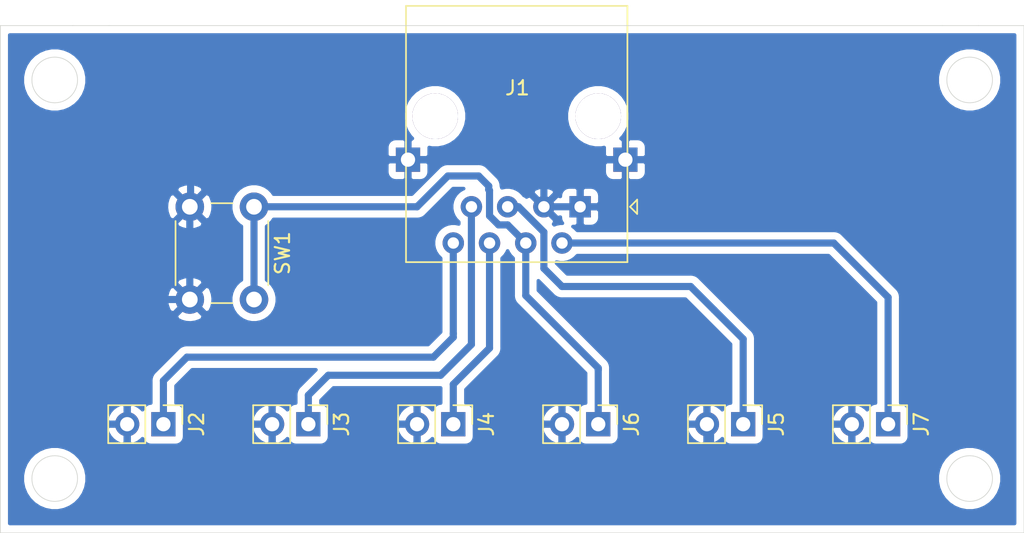
<source format=kicad_pcb>
(kicad_pcb (version 20171130) (host pcbnew 5.1.6-c6e7f7d~87~ubuntu18.04.1)

  (general
    (thickness 1.6)
    (drawings 22)
    (tracks 77)
    (zones 0)
    (modules 8)
    (nets 8)
  )

  (page A4)
  (layers
    (0 F.Cu signal)
    (31 B.Cu signal)
    (32 B.Adhes user)
    (33 F.Adhes user)
    (34 B.Paste user)
    (35 F.Paste user)
    (36 B.SilkS user)
    (37 F.SilkS user)
    (38 B.Mask user)
    (39 F.Mask user)
    (40 Dwgs.User user hide)
    (41 Cmts.User user)
    (42 Eco1.User user)
    (43 Eco2.User user)
    (44 Edge.Cuts user)
    (45 Margin user)
    (46 B.CrtYd user)
    (47 F.CrtYd user)
    (48 B.Fab user)
    (49 F.Fab user)
  )

  (setup
    (last_trace_width 0.25)
    (user_trace_width 0.5)
    (trace_clearance 0.2)
    (zone_clearance 0.508)
    (zone_45_only no)
    (trace_min 0.2)
    (via_size 0.8)
    (via_drill 0.4)
    (via_min_size 0.4)
    (via_min_drill 0.3)
    (uvia_size 0.3)
    (uvia_drill 0.1)
    (uvias_allowed no)
    (uvia_min_size 0.2)
    (uvia_min_drill 0.1)
    (edge_width 0.05)
    (segment_width 0.2)
    (pcb_text_width 0.3)
    (pcb_text_size 1.5 1.5)
    (mod_edge_width 0.12)
    (mod_text_size 1 1)
    (mod_text_width 0.15)
    (pad_size 1.524 1.524)
    (pad_drill 0.762)
    (pad_to_mask_clearance 0.05)
    (aux_axis_origin 0 0)
    (visible_elements FFFFFF7F)
    (pcbplotparams
      (layerselection 0x010ff_fffffffe)
      (usegerberextensions false)
      (usegerberattributes true)
      (usegerberadvancedattributes true)
      (creategerberjobfile true)
      (excludeedgelayer true)
      (linewidth 0.100000)
      (plotframeref false)
      (viasonmask false)
      (mode 1)
      (useauxorigin false)
      (hpglpennumber 1)
      (hpglpenspeed 20)
      (hpglpendiameter 15.000000)
      (psnegative false)
      (psa4output false)
      (plotreference true)
      (plotvalue true)
      (plotinvisibletext false)
      (padsonsilk false)
      (subtractmaskfromsilk false)
      (outputformat 1)
      (mirror false)
      (drillshape 0)
      (scaleselection 1)
      (outputdirectory ""))
  )

  (net 0 "")
  (net 1 GND)
  (net 2 "Net-(J1-Pad2)")
  (net 3 "Net-(J1-Pad4)")
  (net 4 "Net-(J1-Pad5)")
  (net 5 "Net-(J1-Pad6)")
  (net 6 "Net-(J1-Pad7)")
  (net 7 "Net-(J1-Pad8)")

  (net_class Default "This is the default net class."
    (clearance 0.2)
    (trace_width 0.25)
    (via_dia 0.8)
    (via_drill 0.4)
    (uvia_dia 0.3)
    (uvia_drill 0.1)
    (add_net GND)
    (add_net "Net-(J1-Pad2)")
    (add_net "Net-(J1-Pad4)")
    (add_net "Net-(J1-Pad5)")
    (add_net "Net-(J1-Pad6)")
    (add_net "Net-(J1-Pad7)")
    (add_net "Net-(J1-Pad8)")
  )

  (module e-p-wifi-lf:RJ45 (layer F.Cu) (tedit 61B8DD92) (tstamp 619FD701)
    (at 134.874 123.19 180)
    (descr "8 Pol Shallow Latch Connector, Modjack, RJ45 (https://cdn.amphenol-icc.com/media/wysiwyg/files/drawing/c-bmj-0102.pdf)")
    (tags RJ45)
    (path /619FA387)
    (fp_text reference J1 (at 4.3942 8.3312) (layer F.SilkS)
      (effects (font (size 1 1) (thickness 0.15)))
    )
    (fp_text value RJ45_conrad_922647 (at 4.572 -6.35) (layer F.Fab)
      (effects (font (size 1 1) (thickness 0.15)))
    )
    (fp_line (start -4 0.5) (end -3.5 0) (layer F.SilkS) (width 0.12))
    (fp_line (start -4 -0.5) (end -4 0.5) (layer F.SilkS) (width 0.12))
    (fp_line (start -3.5 0) (end -4 -0.5) (layer F.SilkS) (width 0.12))
    (fp_line (start -3.205 13.97) (end -3.205 -2.77) (layer F.Fab) (width 0.12))
    (fp_line (start 12.095 13.97) (end -3.205 13.97) (layer F.Fab) (width 0.12))
    (fp_line (start 12.095 -3.77) (end 12.095 13.97) (layer F.Fab) (width 0.12))
    (fp_line (start -2.205 -3.77) (end 12.095 -3.77) (layer F.Fab) (width 0.12))
    (fp_line (start -3.205 -2.77) (end -2.205 -3.77) (layer F.Fab) (width 0.12))
    (fp_line (start -3.315 14.08) (end 12.205 14.08) (layer F.SilkS) (width 0.12))
    (fp_line (start 12.205 -3.88) (end 12.205 14.08) (layer F.SilkS) (width 0.12))
    (fp_line (start 12.205 -3.88) (end -3.315 -3.88) (layer F.SilkS) (width 0.12))
    (fp_line (start -3.315 -3.88) (end -3.315 14.08) (layer F.SilkS) (width 0.12))
    (fp_line (start -3.71 -4.27) (end 12.6 -4.27) (layer F.CrtYd) (width 0.05))
    (fp_line (start -3.71 -4.27) (end -3.71 14.47) (layer F.CrtYd) (width 0.05))
    (fp_line (start 12.6 14.47) (end 12.6 -4.27) (layer F.CrtYd) (width 0.05))
    (fp_line (start 12.6 14.47) (end -3.71 14.47) (layer F.CrtYd) (width 0.05))
    (fp_line (start -4.953 3.302) (end 14.351 3.302) (layer Dwgs.User) (width 0.12))
    (fp_text user %R (at 4.445 2 180) (layer F.Fab)
      (effects (font (size 1 1) (thickness 0.15)))
    )
    (pad 10 thru_hole rect (at -3.175 3.302 90) (size 1.7 1.7) (drill 1) (layers *.Cu *.Mask)
      (net 1 GND))
    (pad 9 thru_hole rect (at 12.065 3.302 90) (size 1.7 1.7) (drill 1) (layers *.Cu *.Mask)
      (net 1 GND))
    (pad 8 thru_hole circle (at 8.89 -2.54 180) (size 1.5 1.5) (drill 0.8) (layers *.Cu *.Mask)
      (net 7 "Net-(J1-Pad8)"))
    (pad 7 thru_hole circle (at 7.62 0 180) (size 1.5 1.5) (drill 0.8) (layers *.Cu *.Mask)
      (net 6 "Net-(J1-Pad7)"))
    (pad 6 thru_hole circle (at 6.35 -2.54 180) (size 1.5 1.5) (drill 0.8) (layers *.Cu *.Mask)
      (net 5 "Net-(J1-Pad6)"))
    (pad 5 thru_hole circle (at 5.08 0 180) (size 1.5 1.5) (drill 0.8) (layers *.Cu *.Mask)
      (net 4 "Net-(J1-Pad5)"))
    (pad 4 thru_hole circle (at 3.81 -2.54 180) (size 1.5 1.5) (drill 0.8) (layers *.Cu *.Mask)
      (net 3 "Net-(J1-Pad4)"))
    (pad 3 thru_hole circle (at 2.54 0 180) (size 1.5 1.5) (drill 0.8) (layers *.Cu *.Mask)
      (net 1 GND))
    (pad 2 thru_hole circle (at 1.27 -2.54 180) (size 1.5 1.5) (drill 0.8) (layers *.Cu *.Mask)
      (net 2 "Net-(J1-Pad2)"))
    (pad 1 thru_hole rect (at 0 0 180) (size 1.5 1.5) (drill 0.8) (layers *.Cu *.Mask)
      (net 1 GND))
    (pad "" thru_hole circle (at -1.27 6.35 180) (size 3.200001 3.200001) (drill 3.200001) (layers *.Cu *.Mask))
    (pad "" thru_hole circle (at 10.16 6.35 180) (size 3.2 3.2) (drill 3.2) (layers *.Cu *.Mask))
    (model ${KISYS3DMOD}/Connector_RJ.3dshapes/RJ45_Amphenol_54602-x08_Horizontal.wrl
      (at (xyz 0 0 0))
      (scale (xyz 1 1 1))
      (rotate (xyz 0 0 0))
    )
  )

  (module Connector_PinHeader_2.54mm:PinHeader_1x02_P2.54mm_Vertical (layer F.Cu) (tedit 59FED5CC) (tstamp 619FD717)
    (at 105.664 138.43 270)
    (descr "Through hole straight pin header, 1x02, 2.54mm pitch, single row")
    (tags "Through hole pin header THT 1x02 2.54mm single row")
    (path /619FEEEF)
    (fp_text reference J2 (at 0 -2.33 90) (layer F.SilkS)
      (effects (font (size 1 1) (thickness 0.15)))
    )
    (fp_text value "Cde relais" (at 4.953 0.889) (layer F.Fab)
      (effects (font (size 1.15 1.25) (thickness 0.25)))
    )
    (fp_line (start -0.635 -1.27) (end 1.27 -1.27) (layer F.Fab) (width 0.1))
    (fp_line (start 1.27 -1.27) (end 1.27 3.81) (layer F.Fab) (width 0.1))
    (fp_line (start 1.27 3.81) (end -1.27 3.81) (layer F.Fab) (width 0.1))
    (fp_line (start -1.27 3.81) (end -1.27 -0.635) (layer F.Fab) (width 0.1))
    (fp_line (start -1.27 -0.635) (end -0.635 -1.27) (layer F.Fab) (width 0.1))
    (fp_line (start -1.33 3.87) (end 1.33 3.87) (layer F.SilkS) (width 0.12))
    (fp_line (start -1.33 1.27) (end -1.33 3.87) (layer F.SilkS) (width 0.12))
    (fp_line (start 1.33 1.27) (end 1.33 3.87) (layer F.SilkS) (width 0.12))
    (fp_line (start -1.33 1.27) (end 1.33 1.27) (layer F.SilkS) (width 0.12))
    (fp_line (start -1.33 0) (end -1.33 -1.33) (layer F.SilkS) (width 0.12))
    (fp_line (start -1.33 -1.33) (end 0 -1.33) (layer F.SilkS) (width 0.12))
    (fp_line (start -1.8 -1.8) (end -1.8 4.35) (layer F.CrtYd) (width 0.05))
    (fp_line (start -1.8 4.35) (end 1.8 4.35) (layer F.CrtYd) (width 0.05))
    (fp_line (start 1.8 4.35) (end 1.8 -1.8) (layer F.CrtYd) (width 0.05))
    (fp_line (start 1.8 -1.8) (end -1.8 -1.8) (layer F.CrtYd) (width 0.05))
    (fp_text user %R (at 0 1.27) (layer F.Fab)
      (effects (font (size 1 1) (thickness 0.15)))
    )
    (pad 1 thru_hole rect (at 0 0 270) (size 1.7 1.7) (drill 1) (layers *.Cu *.Mask)
      (net 7 "Net-(J1-Pad8)"))
    (pad 2 thru_hole oval (at 0 2.54 270) (size 1.7 1.7) (drill 1) (layers *.Cu *.Mask)
      (net 1 GND))
    (model ${KISYS3DMOD}/Connector_PinHeader_2.54mm.3dshapes/PinHeader_1x02_P2.54mm_Vertical.wrl
      (at (xyz 0 0 0))
      (scale (xyz 1 1 1))
      (rotate (xyz 0 0 0))
    )
  )

  (module Connector_PinHeader_2.54mm:PinHeader_1x02_P2.54mm_Vertical (layer F.Cu) (tedit 59FED5CC) (tstamp 619FD72D)
    (at 115.824 138.43 270)
    (descr "Through hole straight pin header, 1x02, 2.54mm pitch, single row")
    (tags "Through hole pin header THT 1x02 2.54mm single row")
    (path /619FE742)
    (fp_text reference J3 (at 0 -2.33 90) (layer F.SilkS)
      (effects (font (size 1 1) (thickness 0.15)))
    )
    (fp_text value itc (at 4.953 0.508) (layer F.Fab)
      (effects (font (size 2 2) (thickness 0.25)))
    )
    (fp_line (start 1.8 -1.8) (end -1.8 -1.8) (layer F.CrtYd) (width 0.05))
    (fp_line (start 1.8 4.35) (end 1.8 -1.8) (layer F.CrtYd) (width 0.05))
    (fp_line (start -1.8 4.35) (end 1.8 4.35) (layer F.CrtYd) (width 0.05))
    (fp_line (start -1.8 -1.8) (end -1.8 4.35) (layer F.CrtYd) (width 0.05))
    (fp_line (start -1.33 -1.33) (end 0 -1.33) (layer F.SilkS) (width 0.12))
    (fp_line (start -1.33 0) (end -1.33 -1.33) (layer F.SilkS) (width 0.12))
    (fp_line (start -1.33 1.27) (end 1.33 1.27) (layer F.SilkS) (width 0.12))
    (fp_line (start 1.33 1.27) (end 1.33 3.87) (layer F.SilkS) (width 0.12))
    (fp_line (start -1.33 1.27) (end -1.33 3.87) (layer F.SilkS) (width 0.12))
    (fp_line (start -1.33 3.87) (end 1.33 3.87) (layer F.SilkS) (width 0.12))
    (fp_line (start -1.27 -0.635) (end -0.635 -1.27) (layer F.Fab) (width 0.1))
    (fp_line (start -1.27 3.81) (end -1.27 -0.635) (layer F.Fab) (width 0.1))
    (fp_line (start 1.27 3.81) (end -1.27 3.81) (layer F.Fab) (width 0.1))
    (fp_line (start 1.27 -1.27) (end 1.27 3.81) (layer F.Fab) (width 0.1))
    (fp_line (start -0.635 -1.27) (end 1.27 -1.27) (layer F.Fab) (width 0.1))
    (fp_text user %R (at 0 1.27) (layer F.Fab)
      (effects (font (size 1 1) (thickness 0.15)))
    )
    (pad 2 thru_hole oval (at 0 2.54 270) (size 1.7 1.7) (drill 1) (layers *.Cu *.Mask)
      (net 1 GND))
    (pad 1 thru_hole rect (at 0 0 270) (size 1.7 1.7) (drill 1) (layers *.Cu *.Mask)
      (net 6 "Net-(J1-Pad7)"))
    (model ${KISYS3DMOD}/Connector_PinHeader_2.54mm.3dshapes/PinHeader_1x02_P2.54mm_Vertical.wrl
      (at (xyz 0 0 0))
      (scale (xyz 1 1 1))
      (rotate (xyz 0 0 0))
    )
  )

  (module Connector_PinHeader_2.54mm:PinHeader_1x02_P2.54mm_Vertical (layer F.Cu) (tedit 59FED5CC) (tstamp 619FD743)
    (at 125.984 138.43 270)
    (descr "Through hole straight pin header, 1x02, 2.54mm pitch, single row")
    (tags "Through hole pin header THT 1x02 2.54mm single row")
    (path /619FDB19)
    (fp_text reference J4 (at 0 -2.33 90) (layer F.SilkS)
      (effects (font (size 1 1) (thickness 0.15)))
    )
    (fp_text value P230V (at 4.953 0.889) (layer F.Fab)
      (effects (font (size 2 2) (thickness 0.25)))
    )
    (fp_line (start -0.635 -1.27) (end 1.27 -1.27) (layer F.Fab) (width 0.1))
    (fp_line (start 1.27 -1.27) (end 1.27 3.81) (layer F.Fab) (width 0.1))
    (fp_line (start 1.27 3.81) (end -1.27 3.81) (layer F.Fab) (width 0.1))
    (fp_line (start -1.27 3.81) (end -1.27 -0.635) (layer F.Fab) (width 0.1))
    (fp_line (start -1.27 -0.635) (end -0.635 -1.27) (layer F.Fab) (width 0.1))
    (fp_line (start -1.33 3.87) (end 1.33 3.87) (layer F.SilkS) (width 0.12))
    (fp_line (start -1.33 1.27) (end -1.33 3.87) (layer F.SilkS) (width 0.12))
    (fp_line (start 1.33 1.27) (end 1.33 3.87) (layer F.SilkS) (width 0.12))
    (fp_line (start -1.33 1.27) (end 1.33 1.27) (layer F.SilkS) (width 0.12))
    (fp_line (start -1.33 0) (end -1.33 -1.33) (layer F.SilkS) (width 0.12))
    (fp_line (start -1.33 -1.33) (end 0 -1.33) (layer F.SilkS) (width 0.12))
    (fp_line (start -1.8 -1.8) (end -1.8 4.35) (layer F.CrtYd) (width 0.05))
    (fp_line (start -1.8 4.35) (end 1.8 4.35) (layer F.CrtYd) (width 0.05))
    (fp_line (start 1.8 4.35) (end 1.8 -1.8) (layer F.CrtYd) (width 0.05))
    (fp_line (start 1.8 -1.8) (end -1.8 -1.8) (layer F.CrtYd) (width 0.05))
    (fp_text user %R (at 0 1.27) (layer F.Fab)
      (effects (font (size 1 1) (thickness 0.15)))
    )
    (pad 1 thru_hole rect (at 0 0 270) (size 1.7 1.7) (drill 1) (layers *.Cu *.Mask)
      (net 5 "Net-(J1-Pad6)"))
    (pad 2 thru_hole oval (at 0 2.54 270) (size 1.7 1.7) (drill 1) (layers *.Cu *.Mask)
      (net 1 GND))
    (model ${KISYS3DMOD}/Connector_PinHeader_2.54mm.3dshapes/PinHeader_1x02_P2.54mm_Vertical.wrl
      (at (xyz 0 0 0))
      (scale (xyz 1 1 1))
      (rotate (xyz 0 0 0))
    )
  )

  (module Connector_PinHeader_2.54mm:PinHeader_1x02_P2.54mm_Vertical (layer F.Cu) (tedit 59FED5CC) (tstamp 619FD759)
    (at 136.144 138.43 270)
    (descr "Through hole straight pin header, 1x02, 2.54mm pitch, single row")
    (tags "Through hole pin header THT 1x02 2.54mm single row")
    (path /619FBE34)
    (fp_text reference J6 (at 0 -2.33 90) (layer F.SilkS)
      (effects (font (size 1 1) (thickness 0.15)))
    )
    (fp_text value Reset (at 4.826 1.016) (layer F.Fab)
      (effects (font (size 2 2) (thickness 0.25)))
    )
    (fp_line (start 1.8 -1.8) (end -1.8 -1.8) (layer F.CrtYd) (width 0.05))
    (fp_line (start 1.8 4.35) (end 1.8 -1.8) (layer F.CrtYd) (width 0.05))
    (fp_line (start -1.8 4.35) (end 1.8 4.35) (layer F.CrtYd) (width 0.05))
    (fp_line (start -1.8 -1.8) (end -1.8 4.35) (layer F.CrtYd) (width 0.05))
    (fp_line (start -1.33 -1.33) (end 0 -1.33) (layer F.SilkS) (width 0.12))
    (fp_line (start -1.33 0) (end -1.33 -1.33) (layer F.SilkS) (width 0.12))
    (fp_line (start -1.33 1.27) (end 1.33 1.27) (layer F.SilkS) (width 0.12))
    (fp_line (start 1.33 1.27) (end 1.33 3.87) (layer F.SilkS) (width 0.12))
    (fp_line (start -1.33 1.27) (end -1.33 3.87) (layer F.SilkS) (width 0.12))
    (fp_line (start -1.33 3.87) (end 1.33 3.87) (layer F.SilkS) (width 0.12))
    (fp_line (start -1.27 -0.635) (end -0.635 -1.27) (layer F.Fab) (width 0.1))
    (fp_line (start -1.27 3.81) (end -1.27 -0.635) (layer F.Fab) (width 0.1))
    (fp_line (start 1.27 3.81) (end -1.27 3.81) (layer F.Fab) (width 0.1))
    (fp_line (start 1.27 -1.27) (end 1.27 3.81) (layer F.Fab) (width 0.1))
    (fp_line (start -0.635 -1.27) (end 1.27 -1.27) (layer F.Fab) (width 0.1))
    (fp_text user %R (at 0 1.27) (layer F.Fab)
      (effects (font (size 1 1) (thickness 0.15)))
    )
    (pad 2 thru_hole oval (at 0 2.54 270) (size 1.7 1.7) (drill 1) (layers *.Cu *.Mask)
      (net 1 GND))
    (pad 1 thru_hole rect (at 0 0 270) (size 1.7 1.7) (drill 1) (layers *.Cu *.Mask)
      (net 3 "Net-(J1-Pad4)"))
    (model ${KISYS3DMOD}/Connector_PinHeader_2.54mm.3dshapes/PinHeader_1x02_P2.54mm_Vertical.wrl
      (at (xyz 0 0 0))
      (scale (xyz 1 1 1))
      (rotate (xyz 0 0 0))
    )
  )

  (module Connector_PinHeader_2.54mm:PinHeader_1x02_P2.54mm_Vertical (layer F.Cu) (tedit 59FED5CC) (tstamp 619FD76F)
    (at 156.464 138.43 270)
    (descr "Through hole straight pin header, 1x02, 2.54mm pitch, single row")
    (tags "Through hole pin header THT 1x02 2.54mm single row")
    (path /619FA923)
    (fp_text reference J7 (at 0 -2.33 90) (layer F.SilkS)
      (effects (font (size 1 1) (thickness 0.15)))
    )
    (fp_text value 3.3V (at 4.953 1.524) (layer F.Fab)
      (effects (font (size 2 2) (thickness 0.25)))
    )
    (fp_line (start -0.635 -1.27) (end 1.27 -1.27) (layer F.Fab) (width 0.1))
    (fp_line (start 1.27 -1.27) (end 1.27 3.81) (layer F.Fab) (width 0.1))
    (fp_line (start 1.27 3.81) (end -1.27 3.81) (layer F.Fab) (width 0.1))
    (fp_line (start -1.27 3.81) (end -1.27 -0.635) (layer F.Fab) (width 0.1))
    (fp_line (start -1.27 -0.635) (end -0.635 -1.27) (layer F.Fab) (width 0.1))
    (fp_line (start -1.33 3.87) (end 1.33 3.87) (layer F.SilkS) (width 0.12))
    (fp_line (start -1.33 1.27) (end -1.33 3.87) (layer F.SilkS) (width 0.12))
    (fp_line (start 1.33 1.27) (end 1.33 3.87) (layer F.SilkS) (width 0.12))
    (fp_line (start -1.33 1.27) (end 1.33 1.27) (layer F.SilkS) (width 0.12))
    (fp_line (start -1.33 0) (end -1.33 -1.33) (layer F.SilkS) (width 0.12))
    (fp_line (start -1.33 -1.33) (end 0 -1.33) (layer F.SilkS) (width 0.12))
    (fp_line (start -1.8 -1.8) (end -1.8 4.35) (layer F.CrtYd) (width 0.05))
    (fp_line (start -1.8 4.35) (end 1.8 4.35) (layer F.CrtYd) (width 0.05))
    (fp_line (start 1.8 4.35) (end 1.8 -1.8) (layer F.CrtYd) (width 0.05))
    (fp_line (start 1.8 -1.8) (end -1.8 -1.8) (layer F.CrtYd) (width 0.05))
    (fp_text user %R (at 0 1.27) (layer F.Fab)
      (effects (font (size 1 1) (thickness 0.15)))
    )
    (pad 1 thru_hole rect (at 0 0 270) (size 1.7 1.7) (drill 1) (layers *.Cu *.Mask)
      (net 2 "Net-(J1-Pad2)"))
    (pad 2 thru_hole oval (at 0 2.54 270) (size 1.7 1.7) (drill 1) (layers *.Cu *.Mask)
      (net 1 GND))
    (model ${KISYS3DMOD}/Connector_PinHeader_2.54mm.3dshapes/PinHeader_1x02_P2.54mm_Vertical.wrl
      (at (xyz 0 0 0))
      (scale (xyz 1 1 1))
      (rotate (xyz 0 0 0))
    )
  )

  (module Button_Switch_THT:SW_PUSH_6mm (layer F.Cu) (tedit 5A02FE31) (tstamp 61A654C2)
    (at 112.014 123.19 270)
    (descr https://www.omron.com/ecb/products/pdf/en-b3f.pdf)
    (tags "tact sw push 6mm")
    (path /61A513AF)
    (fp_text reference SW1 (at 3.25 -2 90) (layer F.SilkS)
      (effects (font (size 1 1) (thickness 0.15)))
    )
    (fp_text value Reset (at 9.271 1.778) (layer F.Fab)
      (effects (font (size 2 2) (thickness 0.25)))
    )
    (fp_circle (center 3.25 2.25) (end 1.25 2.5) (layer F.Fab) (width 0.1))
    (fp_line (start 6.75 3) (end 6.75 1.5) (layer F.SilkS) (width 0.12))
    (fp_line (start 5.5 -1) (end 1 -1) (layer F.SilkS) (width 0.12))
    (fp_line (start -0.25 1.5) (end -0.25 3) (layer F.SilkS) (width 0.12))
    (fp_line (start 1 5.5) (end 5.5 5.5) (layer F.SilkS) (width 0.12))
    (fp_line (start 8 -1.25) (end 8 5.75) (layer F.CrtYd) (width 0.05))
    (fp_line (start 7.75 6) (end -1.25 6) (layer F.CrtYd) (width 0.05))
    (fp_line (start -1.5 5.75) (end -1.5 -1.25) (layer F.CrtYd) (width 0.05))
    (fp_line (start -1.25 -1.5) (end 7.75 -1.5) (layer F.CrtYd) (width 0.05))
    (fp_line (start -1.5 6) (end -1.25 6) (layer F.CrtYd) (width 0.05))
    (fp_line (start -1.5 5.75) (end -1.5 6) (layer F.CrtYd) (width 0.05))
    (fp_line (start -1.5 -1.5) (end -1.25 -1.5) (layer F.CrtYd) (width 0.05))
    (fp_line (start -1.5 -1.25) (end -1.5 -1.5) (layer F.CrtYd) (width 0.05))
    (fp_line (start 8 -1.5) (end 8 -1.25) (layer F.CrtYd) (width 0.05))
    (fp_line (start 7.75 -1.5) (end 8 -1.5) (layer F.CrtYd) (width 0.05))
    (fp_line (start 8 6) (end 8 5.75) (layer F.CrtYd) (width 0.05))
    (fp_line (start 7.75 6) (end 8 6) (layer F.CrtYd) (width 0.05))
    (fp_line (start 0.25 -0.75) (end 3.25 -0.75) (layer F.Fab) (width 0.1))
    (fp_line (start 0.25 5.25) (end 0.25 -0.75) (layer F.Fab) (width 0.1))
    (fp_line (start 6.25 5.25) (end 0.25 5.25) (layer F.Fab) (width 0.1))
    (fp_line (start 6.25 -0.75) (end 6.25 5.25) (layer F.Fab) (width 0.1))
    (fp_line (start 3.25 -0.75) (end 6.25 -0.75) (layer F.Fab) (width 0.1))
    (fp_text user %R (at 3.25 2.25 90) (layer F.Fab)
      (effects (font (size 1 1) (thickness 0.15)))
    )
    (pad 2 thru_hole circle (at 0 4.5) (size 2 2) (drill 1.1) (layers *.Cu *.Mask)
      (net 1 GND))
    (pad 1 thru_hole circle (at 0 0) (size 2 2) (drill 1.1) (layers *.Cu *.Mask)
      (net 3 "Net-(J1-Pad4)"))
    (pad 2 thru_hole circle (at 6.5 4.5) (size 2 2) (drill 1.1) (layers *.Cu *.Mask)
      (net 1 GND))
    (pad 1 thru_hole circle (at 6.5 0) (size 2 2) (drill 1.1) (layers *.Cu *.Mask)
      (net 3 "Net-(J1-Pad4)"))
    (model ${KISYS3DMOD}/Button_Switch_THT.3dshapes/SW_PUSH_6mm.wrl
      (at (xyz 0 0 0))
      (scale (xyz 1 1 1))
      (rotate (xyz 0 0 0))
    )
  )

  (module Connector_PinHeader_2.54mm:PinHeader_1x02_P2.54mm_Vertical (layer F.Cu) (tedit 59FED5CC) (tstamp 61A78F36)
    (at 146.304 138.43 270)
    (descr "Through hole straight pin header, 1x02, 2.54mm pitch, single row")
    (tags "Through hole pin header THT 1x02 2.54mm single row")
    (path /61A78B29)
    (fp_text reference J5 (at 0 -2.33 90) (layer F.SilkS)
      (effects (font (size 1 1) (thickness 0.15)))
    )
    (fp_text value +5V (at 4.953 1.397) (layer F.Fab)
      (effects (font (size 2 2) (thickness 0.25)))
    )
    (fp_line (start -0.635 -1.27) (end 1.27 -1.27) (layer F.Fab) (width 0.1))
    (fp_line (start 1.27 -1.27) (end 1.27 3.81) (layer F.Fab) (width 0.1))
    (fp_line (start 1.27 3.81) (end -1.27 3.81) (layer F.Fab) (width 0.1))
    (fp_line (start -1.27 3.81) (end -1.27 -0.635) (layer F.Fab) (width 0.1))
    (fp_line (start -1.27 -0.635) (end -0.635 -1.27) (layer F.Fab) (width 0.1))
    (fp_line (start -1.33 3.87) (end 1.33 3.87) (layer F.SilkS) (width 0.12))
    (fp_line (start -1.33 1.27) (end -1.33 3.87) (layer F.SilkS) (width 0.12))
    (fp_line (start 1.33 1.27) (end 1.33 3.87) (layer F.SilkS) (width 0.12))
    (fp_line (start -1.33 1.27) (end 1.33 1.27) (layer F.SilkS) (width 0.12))
    (fp_line (start -1.33 0) (end -1.33 -1.33) (layer F.SilkS) (width 0.12))
    (fp_line (start -1.33 -1.33) (end 0 -1.33) (layer F.SilkS) (width 0.12))
    (fp_line (start -1.8 -1.8) (end -1.8 4.35) (layer F.CrtYd) (width 0.05))
    (fp_line (start -1.8 4.35) (end 1.8 4.35) (layer F.CrtYd) (width 0.05))
    (fp_line (start 1.8 4.35) (end 1.8 -1.8) (layer F.CrtYd) (width 0.05))
    (fp_line (start 1.8 -1.8) (end -1.8 -1.8) (layer F.CrtYd) (width 0.05))
    (fp_text user %R (at 0 1.27) (layer F.Fab)
      (effects (font (size 1 1) (thickness 0.15)))
    )
    (pad 1 thru_hole rect (at 0 0 270) (size 1.7 1.7) (drill 1) (layers *.Cu *.Mask)
      (net 4 "Net-(J1-Pad5)"))
    (pad 2 thru_hole oval (at 0 2.54 270) (size 1.7 1.7) (drill 1) (layers *.Cu *.Mask)
      (net 1 GND))
    (model ${KISYS3DMOD}/Connector_PinHeader_2.54mm.3dshapes/PinHeader_1x02_P2.54mm_Vertical.wrl
      (at (xyz 0 0 0))
      (scale (xyz 1 1 1))
      (rotate (xyz 0 0 0))
    )
  )

  (gr_line (start 165.989 146.05) (end 162.814 146.05) (layer Edge.Cuts) (width 0.05) (tstamp 61A79795))
  (gr_line (start 165.989 110.49) (end 162.814 110.49) (layer Edge.Cuts) (width 0.05) (tstamp 61A79777))
  (gr_circle (center 162.179 114.3) (end 162.179 115.9) (layer Edge.Cuts) (width 0.05))
  (gr_circle (center 162.179 142.24) (end 162.179 143.84) (layer Edge.Cuts) (width 0.05))
  (gr_line (start 165.989 146.05) (end 165.989 110.49) (layer Edge.Cuts) (width 0.05))
  (gr_line (start 69.85 116.205) (end 116.205 116.205) (layer Dwgs.User) (width 0.15))
  (gr_line (start 71.755 107.95) (end 90.805 124.46) (layer Dwgs.User) (width 0.15))
  (gr_line (start 71.755 124.46) (end 90.805 107.95) (layer Dwgs.User) (width 0.15))
  (gr_line (start 105.41 143.51) (end 105.41 156.21) (layer Dwgs.User) (width 0.15))
  (gr_line (start 112.395 84.455) (end 69.215 84.455) (layer Dwgs.User) (width 0.15) (tstamp 61A79655))
  (gr_line (start 77.47 156.21) (end 77.47 72.39) (layer Dwgs.User) (width 0.15))
  (gr_line (start 105.41 143.51) (end 105.41 69.85) (layer Dwgs.User) (width 0.15))
  (gr_line (start 71.12 148.59) (end 111.76 148.59) (layer Dwgs.User) (width 0.15))
  (gr_line (start 94.234 110.49) (end 99.314 110.49) (layer Edge.Cuts) (width 0.05) (tstamp 61A784F7))
  (gr_line (start 94.234 146.05) (end 94.234 110.49) (layer Edge.Cuts) (width 0.05))
  (gr_line (start 99.314 146.05) (end 94.234 146.05) (layer Edge.Cuts) (width 0.05))
  (gr_line (start 162.814 146.05) (end 99.314 146.05) (layer Edge.Cuts) (width 0.05))
  (gr_line (start 160.274 110.49) (end 162.814 110.49) (layer Edge.Cuts) (width 0.05))
  (gr_line (start 99.314 110.49) (end 101.854 110.49) (layer Edge.Cuts) (width 0.05) (tstamp 61A0C153))
  (gr_circle (center 98.044 142.24) (end 98.044 143.84) (layer Edge.Cuts) (width 0.05) (tstamp 61A0C0E9))
  (gr_circle (center 98.044 114.3) (end 98.044 115.9) (layer Edge.Cuts) (width 0.05) (tstamp 61A0C0DA))
  (gr_line (start 101.854 110.49) (end 160.274 110.49) (layer Edge.Cuts) (width 0.05))

  (segment (start 138.557 119.888) (end 138.2014 119.888) (width 0.5) (layer B.Cu) (net 1))
  (segment (start 107.514 129.722) (end 107.5055 129.7305) (width 0.5) (layer B.Cu) (net 1))
  (segment (start 122.301 119.888) (end 110.109 119.888) (width 0.5) (layer B.Cu) (net 1))
  (segment (start 110.109 119.888) (end 108.839 119.888) (width 0.5) (layer B.Cu) (net 1))
  (segment (start 108.839 119.888) (end 107.569 121.158) (width 0.5) (layer B.Cu) (net 1))
  (segment (start 107.569 121.158) (end 107.569 123.19) (width 0.5) (layer B.Cu) (net 1))
  (segment (start 107.514 123.19) (end 107.514 129.612) (width 0.5) (layer B.Cu) (net 1))
  (segment (start 107.514 129.69) (end 105.133 129.69) (width 0.5) (layer B.Cu) (net 1))
  (segment (start 105.133 129.69) (end 103.124 131.699) (width 0.5) (layer B.Cu) (net 1))
  (segment (start 103.124 131.699) (end 103.124 138.43) (width 0.5) (layer B.Cu) (net 1))
  (segment (start 153.924 138.43) (end 153.924 140.462) (width 0.5) (layer B.Cu) (net 1))
  (segment (start 153.924 140.462) (end 152.273 142.113) (width 0.5) (layer B.Cu) (net 1))
  (segment (start 144.018 140.843) (end 145.288 142.113) (width 0.5) (layer B.Cu) (net 1))
  (segment (start 152.273 142.113) (end 145.288 142.113) (width 0.5) (layer B.Cu) (net 1))
  (segment (start 144.018 140.843) (end 144.018 138.684) (width 0.5) (layer B.Cu) (net 1))
  (segment (start 144.018 138.684) (end 143.764 138.43) (width 0.5) (layer B.Cu) (net 1))
  (segment (start 145.288 142.113) (end 135.128 142.113) (width 0.5) (layer B.Cu) (net 1))
  (segment (start 135.128 142.113) (end 133.604 140.589) (width 0.5) (layer B.Cu) (net 1))
  (segment (start 133.604 140.589) (end 133.604 138.43) (width 0.5) (layer B.Cu) (net 1))
  (segment (start 135.128 142.113) (end 124.841 142.113) (width 0.5) (layer B.Cu) (net 1))
  (segment (start 124.841 142.113) (end 123.444 140.716) (width 0.5) (layer B.Cu) (net 1))
  (segment (start 123.444 140.716) (end 123.444 138.43) (width 0.5) (layer B.Cu) (net 1))
  (segment (start 124.841 142.113) (end 114.808 142.113) (width 0.5) (layer B.Cu) (net 1))
  (segment (start 114.808 142.113) (end 113.284 140.589) (width 0.5) (layer B.Cu) (net 1))
  (segment (start 113.284 140.589) (end 113.284 138.43) (width 0.5) (layer B.Cu) (net 1))
  (segment (start 114.808 142.113) (end 104.775 142.113) (width 0.5) (layer B.Cu) (net 1))
  (segment (start 104.775 142.113) (end 103.124 140.462) (width 0.5) (layer B.Cu) (net 1))
  (segment (start 103.124 140.462) (end 103.124 138.43) (width 0.5) (layer B.Cu) (net 1))
  (segment (start 122.301 119.888) (end 131.064 119.888) (width 0.5) (layer B.Cu) (net 1))
  (segment (start 131.064 119.888) (end 132.334 121.158) (width 0.5) (layer B.Cu) (net 1))
  (segment (start 132.334 121.158) (end 132.334 123.19) (width 0.5) (layer B.Cu) (net 1))
  (segment (start 132.334 123.19) (end 134.874 123.19) (width 0.5) (layer B.Cu) (net 1))
  (segment (start 134.874 123.19) (end 134.874 120.904) (width 0.5) (layer B.Cu) (net 1))
  (segment (start 134.874 120.904) (end 135.89 119.888) (width 0.5) (layer B.Cu) (net 1))
  (segment (start 135.89 119.888) (end 138.557 119.888) (width 0.5) (layer B.Cu) (net 1))
  (segment (start 156.464 138.43) (end 156.464 129.54) (width 0.5) (layer B.Cu) (net 2))
  (segment (start 156.464 129.54) (end 152.654 125.73) (width 0.5) (layer B.Cu) (net 2))
  (segment (start 152.654 125.73) (end 133.604 125.73) (width 0.5) (layer B.Cu) (net 2))
  (segment (start 136.144 138.43) (end 136.144 134.62) (width 0.5) (layer B.Cu) (net 3))
  (segment (start 136.144 134.62) (end 136.144 134.493) (width 0.5) (layer B.Cu) (net 3))
  (segment (start 136.144 134.493) (end 131.064 129.413) (width 0.5) (layer B.Cu) (net 3))
  (segment (start 131.064 129.413) (end 131.064 125.73) (width 0.5) (layer B.Cu) (net 3))
  (segment (start 131.064 125.73) (end 129.794 124.46) (width 0.5) (layer B.Cu) (net 3))
  (segment (start 129.794 124.46) (end 129.159 124.46) (width 0.5) (layer B.Cu) (net 3))
  (segment (start 129.159 124.46) (end 128.524 123.825) (width 0.5) (layer B.Cu) (net 3))
  (segment (start 128.524 123.825) (end 128.524 122.047) (width 0.5) (layer B.Cu) (net 3))
  (segment (start 128.466999 121.989999) (end 128.466999 121.735999) (width 0.5) (layer B.Cu) (net 3))
  (segment (start 128.524 122.047) (end 128.466999 121.989999) (width 0.5) (layer B.Cu) (net 3))
  (segment (start 128.466999 121.735999) (end 127.762 121.031) (width 0.5) (layer B.Cu) (net 3))
  (segment (start 127.762 121.031) (end 125.603 121.031) (width 0.5) (layer B.Cu) (net 3))
  (segment (start 125.603 121.031) (end 123.444 123.19) (width 0.5) (layer B.Cu) (net 3))
  (segment (start 123.444 123.19) (end 112.014 123.19) (width 0.5) (layer B.Cu) (net 3))
  (segment (start 112.014 123.19) (end 111.887 123.317) (width 0.5) (layer B.Cu) (net 3))
  (segment (start 111.887 123.317) (end 112.014 123.444) (width 0.5) (layer B.Cu) (net 3))
  (segment (start 112.014 123.444) (end 112.014 129.667) (width 0.5) (layer B.Cu) (net 3))
  (segment (start 146.304 138.43) (end 146.304 132.461) (width 0.5) (layer B.Cu) (net 4))
  (segment (start 146.304 132.461) (end 144.272 130.429) (width 0.5) (layer B.Cu) (net 4))
  (segment (start 144.272 130.429) (end 142.621 128.778) (width 0.5) (layer B.Cu) (net 4))
  (segment (start 142.621 128.778) (end 133.604 128.778) (width 0.5) (layer B.Cu) (net 4))
  (segment (start 133.604 128.778) (end 132.334 127.508) (width 0.5) (layer B.Cu) (net 4))
  (segment (start 132.334 124.966002) (end 130.557998 123.19) (width 0.5) (layer B.Cu) (net 4))
  (segment (start 132.334 127.508) (end 132.334 124.966002) (width 0.5) (layer B.Cu) (net 4))
  (segment (start 130.557998 123.19) (end 129.794 123.19) (width 0.5) (layer B.Cu) (net 4))
  (segment (start 128.524 125.73) (end 128.524 133.096) (width 0.5) (layer B.Cu) (net 5))
  (segment (start 128.524 133.096) (end 125.984 135.636) (width 0.5) (layer B.Cu) (net 5))
  (segment (start 125.984 135.636) (end 125.984 138.43) (width 0.5) (layer B.Cu) (net 5))
  (segment (start 127.254 123.19) (end 127.254 132.842) (width 0.5) (layer B.Cu) (net 6))
  (segment (start 127.254 132.842) (end 125.095 135.001) (width 0.5) (layer B.Cu) (net 6))
  (segment (start 125.095 135.001) (end 117.221 135.001) (width 0.5) (layer B.Cu) (net 6))
  (segment (start 117.221 135.001) (end 115.824 136.398) (width 0.5) (layer B.Cu) (net 6))
  (segment (start 115.824 136.398) (end 115.824 138.43) (width 0.5) (layer B.Cu) (net 6))
  (segment (start 125.984 125.73) (end 125.984 132.08) (width 0.5) (layer B.Cu) (net 7))
  (segment (start 125.984 132.08) (end 125.984 132.334) (width 0.5) (layer B.Cu) (net 7))
  (segment (start 125.984 132.334) (end 124.587 133.731) (width 0.5) (layer B.Cu) (net 7))
  (segment (start 124.587 133.731) (end 107.315 133.731) (width 0.5) (layer B.Cu) (net 7))
  (segment (start 107.315 133.731) (end 105.664 135.382) (width 0.5) (layer B.Cu) (net 7))
  (segment (start 105.664 135.382) (end 105.664 138.43) (width 0.5) (layer B.Cu) (net 7))

  (zone (net 1) (net_name GND) (layer B.Cu) (tstamp 61D325D2) (hatch edge 0.508)
    (connect_pads (clearance 0.508))
    (min_thickness 0.254)
    (fill yes (arc_segments 32) (thermal_gap 0.508) (thermal_bridge_width 0.508))
    (polygon
      (pts
        (xy 165.862 145.923) (xy 94.361 145.923) (xy 94.361 110.617) (xy 165.862 110.617)
      )
    )
    (filled_polygon
      (pts
        (xy 165.329 145.39) (xy 94.894 145.39) (xy 94.894 142.016521) (xy 95.774979 142.016521) (xy 95.774979 142.463479)
        (xy 95.862176 142.901849) (xy 96.03322 143.314785) (xy 96.281536 143.686417) (xy 96.597583 144.002464) (xy 96.969215 144.25078)
        (xy 97.382151 144.421824) (xy 97.820521 144.509021) (xy 98.267479 144.509021) (xy 98.705849 144.421824) (xy 99.118785 144.25078)
        (xy 99.490417 144.002464) (xy 99.806464 143.686417) (xy 100.05478 143.314785) (xy 100.225824 142.901849) (xy 100.313021 142.463479)
        (xy 100.313021 142.016521) (xy 159.909979 142.016521) (xy 159.909979 142.463479) (xy 159.997176 142.901849) (xy 160.16822 143.314785)
        (xy 160.416536 143.686417) (xy 160.732583 144.002464) (xy 161.104215 144.25078) (xy 161.517151 144.421824) (xy 161.955521 144.509021)
        (xy 162.402479 144.509021) (xy 162.840849 144.421824) (xy 163.253785 144.25078) (xy 163.625417 144.002464) (xy 163.941464 143.686417)
        (xy 164.18978 143.314785) (xy 164.360824 142.901849) (xy 164.448021 142.463479) (xy 164.448021 142.016521) (xy 164.360824 141.578151)
        (xy 164.18978 141.165215) (xy 163.941464 140.793583) (xy 163.625417 140.477536) (xy 163.253785 140.22922) (xy 162.840849 140.058176)
        (xy 162.402479 139.970979) (xy 161.955521 139.970979) (xy 161.517151 140.058176) (xy 161.104215 140.22922) (xy 160.732583 140.477536)
        (xy 160.416536 140.793583) (xy 160.16822 141.165215) (xy 159.997176 141.578151) (xy 159.909979 142.016521) (xy 100.313021 142.016521)
        (xy 100.225824 141.578151) (xy 100.05478 141.165215) (xy 99.806464 140.793583) (xy 99.490417 140.477536) (xy 99.118785 140.22922)
        (xy 98.705849 140.058176) (xy 98.267479 139.970979) (xy 97.820521 139.970979) (xy 97.382151 140.058176) (xy 96.969215 140.22922)
        (xy 96.597583 140.477536) (xy 96.281536 140.793583) (xy 96.03322 141.165215) (xy 95.862176 141.578151) (xy 95.774979 142.016521)
        (xy 94.894 142.016521) (xy 94.894 138.786891) (xy 101.682519 138.786891) (xy 101.779843 139.061252) (xy 101.928822 139.311355)
        (xy 102.123731 139.527588) (xy 102.35708 139.701641) (xy 102.619901 139.826825) (xy 102.76711 139.871476) (xy 102.997 139.750155)
        (xy 102.997 138.557) (xy 101.803186 138.557) (xy 101.682519 138.786891) (xy 94.894 138.786891) (xy 94.894 138.073109)
        (xy 101.682519 138.073109) (xy 101.803186 138.303) (xy 102.997 138.303) (xy 102.997 137.109845) (xy 103.251 137.109845)
        (xy 103.251 138.303) (xy 103.271 138.303) (xy 103.271 138.557) (xy 103.251 138.557) (xy 103.251 139.750155)
        (xy 103.48089 139.871476) (xy 103.628099 139.826825) (xy 103.89092 139.701641) (xy 104.124269 139.527588) (xy 104.200034 139.443534)
        (xy 104.224498 139.52418) (xy 104.283463 139.634494) (xy 104.362815 139.731185) (xy 104.459506 139.810537) (xy 104.56982 139.869502)
        (xy 104.689518 139.905812) (xy 104.814 139.918072) (xy 106.514 139.918072) (xy 106.638482 139.905812) (xy 106.75818 139.869502)
        (xy 106.868494 139.810537) (xy 106.965185 139.731185) (xy 107.044537 139.634494) (xy 107.103502 139.52418) (xy 107.139812 139.404482)
        (xy 107.152072 139.28) (xy 107.152072 138.786891) (xy 111.842519 138.786891) (xy 111.939843 139.061252) (xy 112.088822 139.311355)
        (xy 112.283731 139.527588) (xy 112.51708 139.701641) (xy 112.779901 139.826825) (xy 112.92711 139.871476) (xy 113.157 139.750155)
        (xy 113.157 138.557) (xy 111.963186 138.557) (xy 111.842519 138.786891) (xy 107.152072 138.786891) (xy 107.152072 138.073109)
        (xy 111.842519 138.073109) (xy 111.963186 138.303) (xy 113.157 138.303) (xy 113.157 137.109845) (xy 112.92711 136.988524)
        (xy 112.779901 137.033175) (xy 112.51708 137.158359) (xy 112.283731 137.332412) (xy 112.088822 137.548645) (xy 111.939843 137.798748)
        (xy 111.842519 138.073109) (xy 107.152072 138.073109) (xy 107.152072 137.58) (xy 107.139812 137.455518) (xy 107.103502 137.33582)
        (xy 107.044537 137.225506) (xy 106.965185 137.128815) (xy 106.868494 137.049463) (xy 106.75818 136.990498) (xy 106.638482 136.954188)
        (xy 106.549 136.945375) (xy 106.549 135.748578) (xy 107.681579 134.616) (xy 116.354421 134.616) (xy 115.228956 135.741466)
        (xy 115.195183 135.769183) (xy 115.084589 135.903942) (xy 115.002411 136.057688) (xy 114.951805 136.224511) (xy 114.939 136.354524)
        (xy 114.939 136.354531) (xy 114.934719 136.398) (xy 114.939 136.441469) (xy 114.939 136.945375) (xy 114.849518 136.954188)
        (xy 114.72982 136.990498) (xy 114.619506 137.049463) (xy 114.522815 137.128815) (xy 114.443463 137.225506) (xy 114.384498 137.33582)
        (xy 114.360034 137.416466) (xy 114.284269 137.332412) (xy 114.05092 137.158359) (xy 113.788099 137.033175) (xy 113.64089 136.988524)
        (xy 113.411 137.109845) (xy 113.411 138.303) (xy 113.431 138.303) (xy 113.431 138.557) (xy 113.411 138.557)
        (xy 113.411 139.750155) (xy 113.64089 139.871476) (xy 113.788099 139.826825) (xy 114.05092 139.701641) (xy 114.284269 139.527588)
        (xy 114.360034 139.443534) (xy 114.384498 139.52418) (xy 114.443463 139.634494) (xy 114.522815 139.731185) (xy 114.619506 139.810537)
        (xy 114.72982 139.869502) (xy 114.849518 139.905812) (xy 114.974 139.918072) (xy 116.674 139.918072) (xy 116.798482 139.905812)
        (xy 116.91818 139.869502) (xy 117.028494 139.810537) (xy 117.125185 139.731185) (xy 117.204537 139.634494) (xy 117.263502 139.52418)
        (xy 117.299812 139.404482) (xy 117.312072 139.28) (xy 117.312072 138.786891) (xy 122.002519 138.786891) (xy 122.099843 139.061252)
        (xy 122.248822 139.311355) (xy 122.443731 139.527588) (xy 122.67708 139.701641) (xy 122.939901 139.826825) (xy 123.08711 139.871476)
        (xy 123.317 139.750155) (xy 123.317 138.557) (xy 122.123186 138.557) (xy 122.002519 138.786891) (xy 117.312072 138.786891)
        (xy 117.312072 138.073109) (xy 122.002519 138.073109) (xy 122.123186 138.303) (xy 123.317 138.303) (xy 123.317 137.109845)
        (xy 123.08711 136.988524) (xy 122.939901 137.033175) (xy 122.67708 137.158359) (xy 122.443731 137.332412) (xy 122.248822 137.548645)
        (xy 122.099843 137.798748) (xy 122.002519 138.073109) (xy 117.312072 138.073109) (xy 117.312072 137.58) (xy 117.299812 137.455518)
        (xy 117.263502 137.33582) (xy 117.204537 137.225506) (xy 117.125185 137.128815) (xy 117.028494 137.049463) (xy 116.91818 136.990498)
        (xy 116.798482 136.954188) (xy 116.709 136.945375) (xy 116.709 136.764578) (xy 117.587579 135.886) (xy 125.051531 135.886)
        (xy 125.095 135.890281) (xy 125.099 135.889887) (xy 125.099 136.945375) (xy 125.009518 136.954188) (xy 124.88982 136.990498)
        (xy 124.779506 137.049463) (xy 124.682815 137.128815) (xy 124.603463 137.225506) (xy 124.544498 137.33582) (xy 124.520034 137.416466)
        (xy 124.444269 137.332412) (xy 124.21092 137.158359) (xy 123.948099 137.033175) (xy 123.80089 136.988524) (xy 123.571 137.109845)
        (xy 123.571 138.303) (xy 123.591 138.303) (xy 123.591 138.557) (xy 123.571 138.557) (xy 123.571 139.750155)
        (xy 123.80089 139.871476) (xy 123.948099 139.826825) (xy 124.21092 139.701641) (xy 124.444269 139.527588) (xy 124.520034 139.443534)
        (xy 124.544498 139.52418) (xy 124.603463 139.634494) (xy 124.682815 139.731185) (xy 124.779506 139.810537) (xy 124.88982 139.869502)
        (xy 125.009518 139.905812) (xy 125.134 139.918072) (xy 126.834 139.918072) (xy 126.958482 139.905812) (xy 127.07818 139.869502)
        (xy 127.188494 139.810537) (xy 127.285185 139.731185) (xy 127.364537 139.634494) (xy 127.423502 139.52418) (xy 127.459812 139.404482)
        (xy 127.472072 139.28) (xy 127.472072 138.786891) (xy 132.162519 138.786891) (xy 132.259843 139.061252) (xy 132.408822 139.311355)
        (xy 132.603731 139.527588) (xy 132.83708 139.701641) (xy 133.099901 139.826825) (xy 133.24711 139.871476) (xy 133.477 139.750155)
        (xy 133.477 138.557) (xy 132.283186 138.557) (xy 132.162519 138.786891) (xy 127.472072 138.786891) (xy 127.472072 138.073109)
        (xy 132.162519 138.073109) (xy 132.283186 138.303) (xy 133.477 138.303) (xy 133.477 137.109845) (xy 133.24711 136.988524)
        (xy 133.099901 137.033175) (xy 132.83708 137.158359) (xy 132.603731 137.332412) (xy 132.408822 137.548645) (xy 132.259843 137.798748)
        (xy 132.162519 138.073109) (xy 127.472072 138.073109) (xy 127.472072 137.58) (xy 127.459812 137.455518) (xy 127.423502 137.33582)
        (xy 127.364537 137.225506) (xy 127.285185 137.128815) (xy 127.188494 137.049463) (xy 127.07818 136.990498) (xy 126.958482 136.954188)
        (xy 126.869 136.945375) (xy 126.869 136.002578) (xy 129.119049 133.75253) (xy 129.152817 133.724817) (xy 129.263411 133.590059)
        (xy 129.345589 133.436313) (xy 129.396195 133.26949) (xy 129.409 133.139477) (xy 129.409 133.139467) (xy 129.413281 133.096001)
        (xy 129.409 133.052535) (xy 129.409 126.803685) (xy 129.599799 126.612886) (xy 129.751371 126.386043) (xy 129.794 126.283127)
        (xy 129.836629 126.386043) (xy 129.988201 126.612886) (xy 130.179001 126.803686) (xy 130.179 129.369531) (xy 130.174719 129.413)
        (xy 130.179 129.456469) (xy 130.179 129.456476) (xy 130.190212 129.570314) (xy 130.191805 129.58649) (xy 130.195779 129.599589)
        (xy 130.242411 129.753312) (xy 130.324589 129.907058) (xy 130.435183 130.041817) (xy 130.468956 130.069534) (xy 135.259001 134.85958)
        (xy 135.259 136.945375) (xy 135.169518 136.954188) (xy 135.04982 136.990498) (xy 134.939506 137.049463) (xy 134.842815 137.128815)
        (xy 134.763463 137.225506) (xy 134.704498 137.33582) (xy 134.680034 137.416466) (xy 134.604269 137.332412) (xy 134.37092 137.158359)
        (xy 134.108099 137.033175) (xy 133.96089 136.988524) (xy 133.731 137.109845) (xy 133.731 138.303) (xy 133.751 138.303)
        (xy 133.751 138.557) (xy 133.731 138.557) (xy 133.731 139.750155) (xy 133.96089 139.871476) (xy 134.108099 139.826825)
        (xy 134.37092 139.701641) (xy 134.604269 139.527588) (xy 134.680034 139.443534) (xy 134.704498 139.52418) (xy 134.763463 139.634494)
        (xy 134.842815 139.731185) (xy 134.939506 139.810537) (xy 135.04982 139.869502) (xy 135.169518 139.905812) (xy 135.294 139.918072)
        (xy 136.994 139.918072) (xy 137.118482 139.905812) (xy 137.23818 139.869502) (xy 137.348494 139.810537) (xy 137.445185 139.731185)
        (xy 137.524537 139.634494) (xy 137.583502 139.52418) (xy 137.619812 139.404482) (xy 137.632072 139.28) (xy 137.632072 138.786891)
        (xy 142.322519 138.786891) (xy 142.419843 139.061252) (xy 142.568822 139.311355) (xy 142.763731 139.527588) (xy 142.99708 139.701641)
        (xy 143.259901 139.826825) (xy 143.40711 139.871476) (xy 143.637 139.750155) (xy 143.637 138.557) (xy 142.443186 138.557)
        (xy 142.322519 138.786891) (xy 137.632072 138.786891) (xy 137.632072 138.073109) (xy 142.322519 138.073109) (xy 142.443186 138.303)
        (xy 143.637 138.303) (xy 143.637 137.109845) (xy 143.40711 136.988524) (xy 143.259901 137.033175) (xy 142.99708 137.158359)
        (xy 142.763731 137.332412) (xy 142.568822 137.548645) (xy 142.419843 137.798748) (xy 142.322519 138.073109) (xy 137.632072 138.073109)
        (xy 137.632072 137.58) (xy 137.619812 137.455518) (xy 137.583502 137.33582) (xy 137.524537 137.225506) (xy 137.445185 137.128815)
        (xy 137.348494 137.049463) (xy 137.23818 136.990498) (xy 137.118482 136.954188) (xy 137.029 136.945375) (xy 137.029 134.536469)
        (xy 137.033281 134.493) (xy 137.029 134.449531) (xy 137.029 134.449524) (xy 137.016195 134.319511) (xy 136.965589 134.152688)
        (xy 136.922095 134.071314) (xy 136.883411 133.998941) (xy 136.800532 133.897953) (xy 136.80053 133.897951) (xy 136.772817 133.864183)
        (xy 136.739049 133.83647) (xy 131.949 129.046422) (xy 131.949 128.374578) (xy 132.94747 129.373049) (xy 132.975183 129.406817)
        (xy 133.008951 129.43453) (xy 133.008953 129.434532) (xy 133.035692 129.456476) (xy 133.109941 129.517411) (xy 133.263687 129.599589)
        (xy 133.43051 129.650195) (xy 133.560523 129.663) (xy 133.560533 129.663) (xy 133.603999 129.667281) (xy 133.647465 129.663)
        (xy 142.254422 129.663) (xy 143.676953 131.085532) (xy 143.676958 131.085536) (xy 145.419001 132.82758) (xy 145.419 136.945375)
        (xy 145.329518 136.954188) (xy 145.20982 136.990498) (xy 145.099506 137.049463) (xy 145.002815 137.128815) (xy 144.923463 137.225506)
        (xy 144.864498 137.33582) (xy 144.840034 137.416466) (xy 144.764269 137.332412) (xy 144.53092 137.158359) (xy 144.268099 137.033175)
        (xy 144.12089 136.988524) (xy 143.891 137.109845) (xy 143.891 138.303) (xy 143.911 138.303) (xy 143.911 138.557)
        (xy 143.891 138.557) (xy 143.891 139.750155) (xy 144.12089 139.871476) (xy 144.268099 139.826825) (xy 144.53092 139.701641)
        (xy 144.764269 139.527588) (xy 144.840034 139.443534) (xy 144.864498 139.52418) (xy 144.923463 139.634494) (xy 145.002815 139.731185)
        (xy 145.099506 139.810537) (xy 145.20982 139.869502) (xy 145.329518 139.905812) (xy 145.454 139.918072) (xy 147.154 139.918072)
        (xy 147.278482 139.905812) (xy 147.39818 139.869502) (xy 147.508494 139.810537) (xy 147.605185 139.731185) (xy 147.684537 139.634494)
        (xy 147.743502 139.52418) (xy 147.779812 139.404482) (xy 147.792072 139.28) (xy 147.792072 138.786891) (xy 152.482519 138.786891)
        (xy 152.579843 139.061252) (xy 152.728822 139.311355) (xy 152.923731 139.527588) (xy 153.15708 139.701641) (xy 153.419901 139.826825)
        (xy 153.56711 139.871476) (xy 153.797 139.750155) (xy 153.797 138.557) (xy 152.603186 138.557) (xy 152.482519 138.786891)
        (xy 147.792072 138.786891) (xy 147.792072 138.073109) (xy 152.482519 138.073109) (xy 152.603186 138.303) (xy 153.797 138.303)
        (xy 153.797 137.109845) (xy 153.56711 136.988524) (xy 153.419901 137.033175) (xy 153.15708 137.158359) (xy 152.923731 137.332412)
        (xy 152.728822 137.548645) (xy 152.579843 137.798748) (xy 152.482519 138.073109) (xy 147.792072 138.073109) (xy 147.792072 137.58)
        (xy 147.779812 137.455518) (xy 147.743502 137.33582) (xy 147.684537 137.225506) (xy 147.605185 137.128815) (xy 147.508494 137.049463)
        (xy 147.39818 136.990498) (xy 147.278482 136.954188) (xy 147.189 136.945375) (xy 147.189 132.504469) (xy 147.193281 132.461)
        (xy 147.189 132.417531) (xy 147.189 132.417523) (xy 147.176195 132.28751) (xy 147.125589 132.120687) (xy 147.043411 131.966941)
        (xy 146.932817 131.832183) (xy 146.899049 131.80447) (xy 144.928536 129.833958) (xy 144.928532 129.833953) (xy 143.277534 128.182956)
        (xy 143.249817 128.149183) (xy 143.115059 128.038589) (xy 142.961313 127.956411) (xy 142.79449 127.905805) (xy 142.664477 127.893)
        (xy 142.664469 127.893) (xy 142.621 127.888719) (xy 142.577531 127.893) (xy 133.970579 127.893) (xy 133.219 127.141422)
        (xy 133.219 127.065552) (xy 133.467589 127.115) (xy 133.740411 127.115) (xy 134.007989 127.061775) (xy 134.260043 126.957371)
        (xy 134.486886 126.805799) (xy 134.677685 126.615) (xy 152.287422 126.615) (xy 155.579001 129.90658) (xy 155.579 136.945375)
        (xy 155.489518 136.954188) (xy 155.36982 136.990498) (xy 155.259506 137.049463) (xy 155.162815 137.128815) (xy 155.083463 137.225506)
        (xy 155.024498 137.33582) (xy 155.000034 137.416466) (xy 154.924269 137.332412) (xy 154.69092 137.158359) (xy 154.428099 137.033175)
        (xy 154.28089 136.988524) (xy 154.051 137.109845) (xy 154.051 138.303) (xy 154.071 138.303) (xy 154.071 138.557)
        (xy 154.051 138.557) (xy 154.051 139.750155) (xy 154.28089 139.871476) (xy 154.428099 139.826825) (xy 154.69092 139.701641)
        (xy 154.924269 139.527588) (xy 155.000034 139.443534) (xy 155.024498 139.52418) (xy 155.083463 139.634494) (xy 155.162815 139.731185)
        (xy 155.259506 139.810537) (xy 155.36982 139.869502) (xy 155.489518 139.905812) (xy 155.614 139.918072) (xy 157.314 139.918072)
        (xy 157.438482 139.905812) (xy 157.55818 139.869502) (xy 157.668494 139.810537) (xy 157.765185 139.731185) (xy 157.844537 139.634494)
        (xy 157.903502 139.52418) (xy 157.939812 139.404482) (xy 157.952072 139.28) (xy 157.952072 137.58) (xy 157.939812 137.455518)
        (xy 157.903502 137.33582) (xy 157.844537 137.225506) (xy 157.765185 137.128815) (xy 157.668494 137.049463) (xy 157.55818 136.990498)
        (xy 157.438482 136.954188) (xy 157.349 136.945375) (xy 157.349 129.583469) (xy 157.353281 129.54) (xy 157.349 129.496531)
        (xy 157.349 129.496523) (xy 157.336195 129.36651) (xy 157.285589 129.199686) (xy 157.203411 129.045941) (xy 157.120532 128.944953)
        (xy 157.12053 128.944951) (xy 157.092817 128.911183) (xy 157.059049 128.88347) (xy 153.310534 125.134956) (xy 153.282817 125.101183)
        (xy 153.148059 124.990589) (xy 152.994313 124.908411) (xy 152.82749 124.857805) (xy 152.697477 124.845) (xy 152.697469 124.845)
        (xy 152.654 124.840719) (xy 152.610531 124.845) (xy 134.677685 124.845) (xy 134.486886 124.654201) (xy 134.37051 124.576441)
        (xy 134.58825 124.575) (xy 134.747 124.41625) (xy 134.747 123.317) (xy 135.001 123.317) (xy 135.001 124.41625)
        (xy 135.15975 124.575) (xy 135.624 124.578072) (xy 135.748482 124.565812) (xy 135.86818 124.529502) (xy 135.978494 124.470537)
        (xy 136.075185 124.391185) (xy 136.154537 124.294494) (xy 136.213502 124.18418) (xy 136.249812 124.064482) (xy 136.262072 123.94)
        (xy 136.259 123.47575) (xy 136.10025 123.317) (xy 135.001 123.317) (xy 134.747 123.317) (xy 134.727 123.317)
        (xy 134.727 123.063) (xy 134.747 123.063) (xy 134.747 121.96375) (xy 135.001 121.96375) (xy 135.001 123.063)
        (xy 136.10025 123.063) (xy 136.259 122.90425) (xy 136.262072 122.44) (xy 136.249812 122.315518) (xy 136.213502 122.19582)
        (xy 136.154537 122.085506) (xy 136.075185 121.988815) (xy 135.978494 121.909463) (xy 135.86818 121.850498) (xy 135.748482 121.814188)
        (xy 135.624 121.801928) (xy 135.15975 121.805) (xy 135.001 121.96375) (xy 134.747 121.96375) (xy 134.58825 121.805)
        (xy 134.124 121.801928) (xy 133.999518 121.814188) (xy 133.87982 121.850498) (xy 133.769506 121.909463) (xy 133.672815 121.988815)
        (xy 133.593463 122.085506) (xy 133.534498 122.19582) (xy 133.498188 122.315518) (xy 133.485928 122.44) (xy 133.486101 122.466133)
        (xy 133.290993 122.412612) (xy 132.513605 123.19) (xy 133.290993 123.967388) (xy 133.486101 123.913867) (xy 133.485928 123.94)
        (xy 133.498188 124.064482) (xy 133.534498 124.18418) (xy 133.593463 124.294494) (xy 133.634912 124.345) (xy 133.467589 124.345)
        (xy 133.200011 124.398225) (xy 133.060378 124.456063) (xy 133.015905 124.401873) (xy 133.045863 124.38586) (xy 133.111388 124.146993)
        (xy 132.334 123.369605) (xy 132.319858 123.383748) (xy 132.140253 123.204143) (xy 132.154395 123.19) (xy 131.377007 122.412612)
        (xy 131.13814 122.478137) (xy 131.123538 122.509253) (xy 131.052057 122.450589) (xy 130.917671 122.378759) (xy 130.869799 122.307114)
        (xy 130.795692 122.233007) (xy 131.556612 122.233007) (xy 132.334 123.010395) (xy 133.111388 122.233007) (xy 133.045863 121.99414)
        (xy 132.798884 121.87824) (xy 132.53404 121.81275) (xy 132.261508 121.800188) (xy 131.991762 121.841035) (xy 131.735168 121.933723)
        (xy 131.622137 121.99414) (xy 131.556612 122.233007) (xy 130.795692 122.233007) (xy 130.676886 122.114201) (xy 130.450043 121.962629)
        (xy 130.197989 121.858225) (xy 129.930411 121.805) (xy 129.657589 121.805) (xy 129.39147 121.857935) (xy 129.355839 121.740476)
        (xy 129.35628 121.735998) (xy 129.351999 121.692532) (xy 129.351999 121.692523) (xy 129.339194 121.56251) (xy 129.288588 121.395686)
        (xy 129.20641 121.24194) (xy 129.146066 121.168411) (xy 129.123531 121.140952) (xy 129.123529 121.14095) (xy 129.095816 121.107182)
        (xy 129.062048 121.079469) (xy 128.720579 120.738) (xy 136.560928 120.738) (xy 136.573188 120.862482) (xy 136.609498 120.98218)
        (xy 136.668463 121.092494) (xy 136.747815 121.189185) (xy 136.844506 121.268537) (xy 136.95482 121.327502) (xy 137.074518 121.363812)
        (xy 137.199 121.376072) (xy 137.76325 121.373) (xy 137.922 121.21425) (xy 137.922 120.015) (xy 138.176 120.015)
        (xy 138.176 121.21425) (xy 138.33475 121.373) (xy 138.899 121.376072) (xy 139.023482 121.363812) (xy 139.14318 121.327502)
        (xy 139.253494 121.268537) (xy 139.350185 121.189185) (xy 139.429537 121.092494) (xy 139.488502 120.98218) (xy 139.524812 120.862482)
        (xy 139.537072 120.738) (xy 139.534 120.17375) (xy 139.37525 120.015) (xy 138.176 120.015) (xy 137.922 120.015)
        (xy 136.72275 120.015) (xy 136.564 120.17375) (xy 136.560928 120.738) (xy 128.720579 120.738) (xy 128.418534 120.435956)
        (xy 128.390817 120.402183) (xy 128.256059 120.291589) (xy 128.102313 120.209411) (xy 127.93549 120.158805) (xy 127.805477 120.146)
        (xy 127.805469 120.146) (xy 127.762 120.141719) (xy 127.718531 120.146) (xy 125.646466 120.146) (xy 125.602999 120.141719)
        (xy 125.559533 120.146) (xy 125.559523 120.146) (xy 125.42951 120.158805) (xy 125.262687 120.209411) (xy 125.108941 120.291589)
        (xy 125.108939 120.29159) (xy 125.10894 120.29159) (xy 125.007953 120.374468) (xy 125.007951 120.37447) (xy 124.974183 120.402183)
        (xy 124.94647 120.435951) (xy 123.077422 122.305) (xy 113.389059 122.305) (xy 113.283987 122.147748) (xy 113.056252 121.920013)
        (xy 112.788463 121.741082) (xy 112.490912 121.617832) (xy 112.175033 121.555) (xy 111.852967 121.555) (xy 111.537088 121.617832)
        (xy 111.239537 121.741082) (xy 110.971748 121.920013) (xy 110.744013 122.147748) (xy 110.565082 122.415537) (xy 110.441832 122.713088)
        (xy 110.379 123.028967) (xy 110.379 123.351033) (xy 110.441832 123.666912) (xy 110.565082 123.964463) (xy 110.744013 124.232252)
        (xy 110.971748 124.459987) (xy 111.129 124.56506) (xy 111.129001 128.31494) (xy 110.971748 128.420013) (xy 110.744013 128.647748)
        (xy 110.565082 128.915537) (xy 110.441832 129.213088) (xy 110.379 129.528967) (xy 110.379 129.851033) (xy 110.441832 130.166912)
        (xy 110.565082 130.464463) (xy 110.744013 130.732252) (xy 110.971748 130.959987) (xy 111.239537 131.138918) (xy 111.537088 131.262168)
        (xy 111.852967 131.325) (xy 112.175033 131.325) (xy 112.490912 131.262168) (xy 112.788463 131.138918) (xy 113.056252 130.959987)
        (xy 113.283987 130.732252) (xy 113.462918 130.464463) (xy 113.586168 130.166912) (xy 113.649 129.851033) (xy 113.649 129.528967)
        (xy 113.586168 129.213088) (xy 113.462918 128.915537) (xy 113.283987 128.647748) (xy 113.056252 128.420013) (xy 112.899 128.314941)
        (xy 112.899 124.565059) (xy 113.056252 124.459987) (xy 113.283987 124.232252) (xy 113.389059 124.075) (xy 123.400531 124.075)
        (xy 123.444 124.079281) (xy 123.487469 124.075) (xy 123.487477 124.075) (xy 123.61749 124.062195) (xy 123.784313 124.011589)
        (xy 123.938059 123.929411) (xy 124.072817 123.818817) (xy 124.100534 123.785044) (xy 125.969579 121.916) (xy 126.71053 121.916)
        (xy 126.597957 121.962629) (xy 126.371114 122.114201) (xy 126.178201 122.307114) (xy 126.026629 122.533957) (xy 125.922225 122.786011)
        (xy 125.869 123.053589) (xy 125.869 123.326411) (xy 125.922225 123.593989) (xy 126.026629 123.846043) (xy 126.178201 124.072886)
        (xy 126.369 124.263685) (xy 126.369 124.394448) (xy 126.120411 124.345) (xy 125.847589 124.345) (xy 125.580011 124.398225)
        (xy 125.327957 124.502629) (xy 125.101114 124.654201) (xy 124.908201 124.847114) (xy 124.756629 125.073957) (xy 124.652225 125.326011)
        (xy 124.599 125.593589) (xy 124.599 125.866411) (xy 124.652225 126.133989) (xy 124.756629 126.386043) (xy 124.908201 126.612886)
        (xy 125.099 126.803685) (xy 125.099001 131.96742) (xy 124.220422 132.846) (xy 107.358469 132.846) (xy 107.315 132.841719)
        (xy 107.271531 132.846) (xy 107.271523 132.846) (xy 107.14151 132.858805) (xy 106.974686 132.909411) (xy 106.820941 132.991589)
        (xy 106.719953 133.074468) (xy 106.719951 133.07447) (xy 106.686183 133.102183) (xy 106.65847 133.135951) (xy 105.068956 134.725466)
        (xy 105.035183 134.753183) (xy 104.924589 134.887942) (xy 104.842411 135.041688) (xy 104.791805 135.208511) (xy 104.779 135.338524)
        (xy 104.779 135.338531) (xy 104.774719 135.382) (xy 104.779 135.425469) (xy 104.779001 136.945375) (xy 104.689518 136.954188)
        (xy 104.56982 136.990498) (xy 104.459506 137.049463) (xy 104.362815 137.128815) (xy 104.283463 137.225506) (xy 104.224498 137.33582)
        (xy 104.200034 137.416466) (xy 104.124269 137.332412) (xy 103.89092 137.158359) (xy 103.628099 137.033175) (xy 103.48089 136.988524)
        (xy 103.251 137.109845) (xy 102.997 137.109845) (xy 102.76711 136.988524) (xy 102.619901 137.033175) (xy 102.35708 137.158359)
        (xy 102.123731 137.332412) (xy 101.928822 137.548645) (xy 101.779843 137.798748) (xy 101.682519 138.073109) (xy 94.894 138.073109)
        (xy 94.894 130.825413) (xy 106.558192 130.825413) (xy 106.653956 131.089814) (xy 106.943571 131.230704) (xy 107.255108 131.312384)
        (xy 107.576595 131.331718) (xy 107.895675 131.287961) (xy 108.200088 131.182795) (xy 108.374044 131.089814) (xy 108.469808 130.825413)
        (xy 107.514 129.869605) (xy 106.558192 130.825413) (xy 94.894 130.825413) (xy 94.894 129.752595) (xy 105.872282 129.752595)
        (xy 105.916039 130.071675) (xy 106.021205 130.376088) (xy 106.114186 130.550044) (xy 106.378587 130.645808) (xy 107.334395 129.69)
        (xy 107.693605 129.69) (xy 108.649413 130.645808) (xy 108.913814 130.550044) (xy 109.054704 130.260429) (xy 109.136384 129.948892)
        (xy 109.155718 129.627405) (xy 109.111961 129.308325) (xy 109.006795 129.003912) (xy 108.913814 128.829956) (xy 108.649413 128.734192)
        (xy 107.693605 129.69) (xy 107.334395 129.69) (xy 106.378587 128.734192) (xy 106.114186 128.829956) (xy 105.973296 129.119571)
        (xy 105.891616 129.431108) (xy 105.872282 129.752595) (xy 94.894 129.752595) (xy 94.894 128.554587) (xy 106.558192 128.554587)
        (xy 107.514 129.510395) (xy 108.469808 128.554587) (xy 108.374044 128.290186) (xy 108.084429 128.149296) (xy 107.772892 128.067616)
        (xy 107.451405 128.048282) (xy 107.132325 128.092039) (xy 106.827912 128.197205) (xy 106.653956 128.290186) (xy 106.558192 128.554587)
        (xy 94.894 128.554587) (xy 94.894 124.325413) (xy 106.558192 124.325413) (xy 106.653956 124.589814) (xy 106.943571 124.730704)
        (xy 107.255108 124.812384) (xy 107.576595 124.831718) (xy 107.895675 124.787961) (xy 108.200088 124.682795) (xy 108.374044 124.589814)
        (xy 108.469808 124.325413) (xy 107.514 123.369605) (xy 106.558192 124.325413) (xy 94.894 124.325413) (xy 94.894 123.252595)
        (xy 105.872282 123.252595) (xy 105.916039 123.571675) (xy 106.021205 123.876088) (xy 106.114186 124.050044) (xy 106.378587 124.145808)
        (xy 107.334395 123.19) (xy 107.693605 123.19) (xy 108.649413 124.145808) (xy 108.913814 124.050044) (xy 109.054704 123.760429)
        (xy 109.136384 123.448892) (xy 109.155718 123.127405) (xy 109.111961 122.808325) (xy 109.006795 122.503912) (xy 108.913814 122.329956)
        (xy 108.649413 122.234192) (xy 107.693605 123.19) (xy 107.334395 123.19) (xy 106.378587 122.234192) (xy 106.114186 122.329956)
        (xy 105.973296 122.619571) (xy 105.891616 122.931108) (xy 105.872282 123.252595) (xy 94.894 123.252595) (xy 94.894 122.054587)
        (xy 106.558192 122.054587) (xy 107.514 123.010395) (xy 108.469808 122.054587) (xy 108.374044 121.790186) (xy 108.084429 121.649296)
        (xy 107.772892 121.567616) (xy 107.451405 121.548282) (xy 107.132325 121.592039) (xy 106.827912 121.697205) (xy 106.653956 121.790186)
        (xy 106.558192 122.054587) (xy 94.894 122.054587) (xy 94.894 120.738) (xy 121.320928 120.738) (xy 121.333188 120.862482)
        (xy 121.369498 120.98218) (xy 121.428463 121.092494) (xy 121.507815 121.189185) (xy 121.604506 121.268537) (xy 121.71482 121.327502)
        (xy 121.834518 121.363812) (xy 121.959 121.376072) (xy 122.52325 121.373) (xy 122.682 121.21425) (xy 122.682 120.015)
        (xy 122.936 120.015) (xy 122.936 121.21425) (xy 123.09475 121.373) (xy 123.659 121.376072) (xy 123.783482 121.363812)
        (xy 123.90318 121.327502) (xy 124.013494 121.268537) (xy 124.110185 121.189185) (xy 124.189537 121.092494) (xy 124.248502 120.98218)
        (xy 124.284812 120.862482) (xy 124.297072 120.738) (xy 124.294 120.17375) (xy 124.13525 120.015) (xy 122.936 120.015)
        (xy 122.682 120.015) (xy 121.48275 120.015) (xy 121.324 120.17375) (xy 121.320928 120.738) (xy 94.894 120.738)
        (xy 94.894 119.038) (xy 121.320928 119.038) (xy 121.324 119.60225) (xy 121.48275 119.761) (xy 122.682 119.761)
        (xy 122.682 118.56175) (xy 122.52325 118.403) (xy 121.959 118.399928) (xy 121.834518 118.412188) (xy 121.71482 118.448498)
        (xy 121.604506 118.507463) (xy 121.507815 118.586815) (xy 121.428463 118.683506) (xy 121.369498 118.79382) (xy 121.333188 118.913518)
        (xy 121.320928 119.038) (xy 94.894 119.038) (xy 94.894 116.619872) (xy 122.479 116.619872) (xy 122.479 117.060128)
        (xy 122.56489 117.491925) (xy 122.733369 117.898669) (xy 122.977962 118.264729) (xy 123.116117 118.402884) (xy 123.09475 118.403)
        (xy 122.936 118.56175) (xy 122.936 119.761) (xy 124.13525 119.761) (xy 124.294 119.60225) (xy 124.297072 119.038)
        (xy 124.296856 119.035811) (xy 124.493872 119.075) (xy 124.934128 119.075) (xy 125.365925 118.98911) (xy 125.772669 118.820631)
        (xy 126.138729 118.576038) (xy 126.450038 118.264729) (xy 126.694631 117.898669) (xy 126.86311 117.491925) (xy 126.949 117.060128)
        (xy 126.949 116.619872) (xy 133.909 116.619872) (xy 133.909 117.060128) (xy 133.99489 117.491925) (xy 134.163369 117.898669)
        (xy 134.407962 118.264729) (xy 134.719271 118.576038) (xy 135.085331 118.820631) (xy 135.492075 118.98911) (xy 135.923872 119.075)
        (xy 136.364128 119.075) (xy 136.561144 119.035811) (xy 136.560928 119.038) (xy 136.564 119.60225) (xy 136.72275 119.761)
        (xy 137.922 119.761) (xy 137.922 118.56175) (xy 138.176 118.56175) (xy 138.176 119.761) (xy 139.37525 119.761)
        (xy 139.534 119.60225) (xy 139.537072 119.038) (xy 139.524812 118.913518) (xy 139.488502 118.79382) (xy 139.429537 118.683506)
        (xy 139.350185 118.586815) (xy 139.253494 118.507463) (xy 139.14318 118.448498) (xy 139.023482 118.412188) (xy 138.899 118.399928)
        (xy 138.33475 118.403) (xy 138.176 118.56175) (xy 137.922 118.56175) (xy 137.76325 118.403) (xy 137.741883 118.402884)
        (xy 137.880038 118.264729) (xy 138.124631 117.898669) (xy 138.29311 117.491925) (xy 138.379 117.060128) (xy 138.379 116.619872)
        (xy 138.29311 116.188075) (xy 138.124631 115.781331) (xy 137.880038 115.415271) (xy 137.568729 115.103962) (xy 137.202669 114.859369)
        (xy 136.795925 114.69089) (xy 136.364128 114.605) (xy 135.923872 114.605) (xy 135.492075 114.69089) (xy 135.085331 114.859369)
        (xy 134.719271 115.103962) (xy 134.407962 115.415271) (xy 134.163369 115.781331) (xy 133.99489 116.188075) (xy 133.909 116.619872)
        (xy 126.949 116.619872) (xy 126.86311 116.188075) (xy 126.694631 115.781331) (xy 126.450038 115.415271) (xy 126.138729 115.103962)
        (xy 125.772669 114.859369) (xy 125.365925 114.69089) (xy 124.934128 114.605) (xy 124.493872 114.605) (xy 124.062075 114.69089)
        (xy 123.655331 114.859369) (xy 123.289271 115.103962) (xy 122.977962 115.415271) (xy 122.733369 115.781331) (xy 122.56489 116.188075)
        (xy 122.479 116.619872) (xy 94.894 116.619872) (xy 94.894 114.076521) (xy 95.774979 114.076521) (xy 95.774979 114.523479)
        (xy 95.862176 114.961849) (xy 96.03322 115.374785) (xy 96.281536 115.746417) (xy 96.597583 116.062464) (xy 96.969215 116.31078)
        (xy 97.382151 116.481824) (xy 97.820521 116.569021) (xy 98.267479 116.569021) (xy 98.705849 116.481824) (xy 99.118785 116.31078)
        (xy 99.490417 116.062464) (xy 99.806464 115.746417) (xy 100.05478 115.374785) (xy 100.225824 114.961849) (xy 100.313021 114.523479)
        (xy 100.313021 114.076521) (xy 159.909979 114.076521) (xy 159.909979 114.523479) (xy 159.997176 114.961849) (xy 160.16822 115.374785)
        (xy 160.416536 115.746417) (xy 160.732583 116.062464) (xy 161.104215 116.31078) (xy 161.517151 116.481824) (xy 161.955521 116.569021)
        (xy 162.402479 116.569021) (xy 162.840849 116.481824) (xy 163.253785 116.31078) (xy 163.625417 116.062464) (xy 163.941464 115.746417)
        (xy 164.18978 115.374785) (xy 164.360824 114.961849) (xy 164.448021 114.523479) (xy 164.448021 114.076521) (xy 164.360824 113.638151)
        (xy 164.18978 113.225215) (xy 163.941464 112.853583) (xy 163.625417 112.537536) (xy 163.253785 112.28922) (xy 162.840849 112.118176)
        (xy 162.402479 112.030979) (xy 161.955521 112.030979) (xy 161.517151 112.118176) (xy 161.104215 112.28922) (xy 160.732583 112.537536)
        (xy 160.416536 112.853583) (xy 160.16822 113.225215) (xy 159.997176 113.638151) (xy 159.909979 114.076521) (xy 100.313021 114.076521)
        (xy 100.225824 113.638151) (xy 100.05478 113.225215) (xy 99.806464 112.853583) (xy 99.490417 112.537536) (xy 99.118785 112.28922)
        (xy 98.705849 112.118176) (xy 98.267479 112.030979) (xy 97.820521 112.030979) (xy 97.382151 112.118176) (xy 96.969215 112.28922)
        (xy 96.597583 112.537536) (xy 96.281536 112.853583) (xy 96.03322 113.225215) (xy 95.862176 113.638151) (xy 95.774979 114.076521)
        (xy 94.894 114.076521) (xy 94.894 111.15) (xy 165.329001 111.15)
      )
    )
  )
)

</source>
